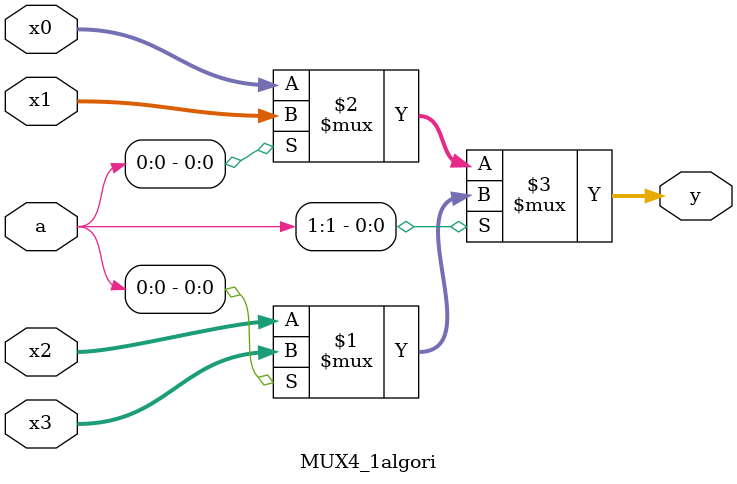
<source format=v>
`timescale 1ns / 1ps


module MUX4_1algori
#(parameter WIDTH=3)(a,x0,x1,x2,x3,y);  
    input [1:0]a; // Ñ¡ÔñÖ¸Áî  
    input [(WIDTH-1):0]x0,x1,x2,x3;  
    output [(WIDTH-1):0]y;  
    assign y=a[1]?(a[0]?x3:x2):(a[0]?x1:x0);  
endmodule

</source>
